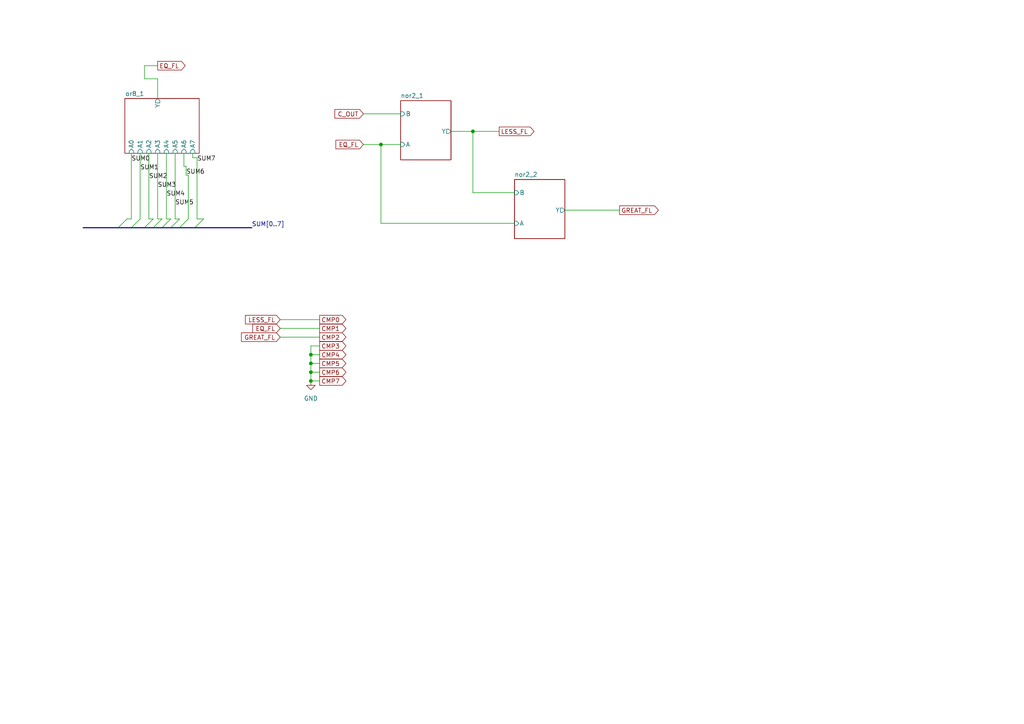
<source format=kicad_sch>
(kicad_sch (version 20250114) (generator "eeschema") (generator_version "9.0")
  (paper "A4")
  (lib_symbols
    (symbol "power:GND" (power) (pin_numbers (hide yes)) (pin_names (offset 0) (hide yes))
      (property "Value" "GND" (at 0 -3.81 0))
      (symbol "GND_0_1"
        (polyline (pts (xy 0 0) (xy 0 -1.27) (xy 1.27 -1.27) (xy 0 -2.54) (xy -1.27 -1.27) (xy 0 -1.27)))
      )
      (symbol "GND_1_1"
        (pin power_in line (at 0 0 270) (length 0) (name "~") (number "1"))
      )
    )
  )
  (junction (at 110.49 41.91))
  (junction (at 90.17 105.41))
  (junction (at 90.17 102.87))
  (junction (at 137.16 38.1))
  (junction (at 90.17 110.49))
  (junction (at 90.17 107.95))
  (bus_entry (at 46.99 66.04) (size 2.54 -2.54))
  (bus_entry (at 52.07 66.04) (size 2.54 -2.54))
  (bus_entry (at 56.515 66.04) (size 2.54 -2.54))
  (bus_entry (at 49.53 66.04) (size 2.54 -2.54))
  (bus_entry (at 38.1 66.04) (size 2.54 -2.54))
  (bus_entry (at 44.45 66.04) (size 2.54 -2.54))
  (bus_entry (at 41.91 66.04) (size 2.54 -2.54))
  (bus_entry (at 34.29 66.04) (size 2.54 -2.54))
  (bus (pts (xy 44.45 66.04) (xy 46.99 66.04)))
  (wire (pts (xy 105.41 41.91) (xy 110.49 41.91)))
  (wire (pts (xy 59.055 63.5) (xy 57.15 63.5)))
  (wire (pts (xy 105.41 33.02) (xy 116.205 33.02)))
  (wire (pts (xy 50.8 44.45) (xy 50.8 63.5)))
  (wire (pts (xy 110.49 41.91) (xy 110.49 64.77)))
  (wire (pts (xy 81.28 92.71) (xy 92.71 92.71)))
  (bus (pts (xy 34.29 66.04) (xy 38.1 66.04)))
  (wire (pts (xy 110.49 41.91) (xy 116.205 41.91)))
  (wire (pts (xy 57.15 45.72) (xy 55.88 45.72)))
  (bus (pts (xy 56.515 66.04) (xy 73.025 66.04)))
  (wire (pts (xy 90.17 107.95) (xy 92.71 107.95)))
  (wire (pts (xy 43.18 44.45) (xy 43.18 63.5)))
  (wire (pts (xy 137.16 55.88) (xy 149.225 55.88)))
  (wire (pts (xy 55.88 45.72) (xy 55.88 44.45)))
  (wire (pts (xy 163.83 60.96) (xy 179.705 60.96)))
  (wire (pts (xy 45.72 22.86) (xy 41.91 22.86)))
  (wire (pts (xy 54.61 50.8) (xy 53.975 50.8)))
  (wire (pts (xy 81.28 97.79) (xy 92.71 97.79)))
  (wire (pts (xy 90.17 105.41) (xy 90.17 107.95)))
  (wire (pts (xy 110.49 64.77) (xy 149.225 64.77)))
  (wire (pts (xy 90.17 105.41) (xy 92.71 105.41)))
  (wire (pts (xy 38.1 44.45) (xy 38.1 63.5)))
  (wire (pts (xy 90.17 110.49) (xy 92.71 110.49)))
  (bus (pts (xy 24.13 66.04) (xy 34.29 66.04)))
  (wire (pts (xy 57.15 45.72) (xy 57.15 63.5)))
  (wire (pts (xy 90.17 100.33) (xy 90.17 102.87)))
  (wire (pts (xy 53.975 48.26) (xy 53.34 48.26)))
  (wire (pts (xy 53.34 48.26) (xy 53.34 44.45)))
  (wire (pts (xy 90.17 107.95) (xy 90.17 110.49)))
  (wire (pts (xy 46.99 63.5) (xy 45.72 63.5)))
  (wire (pts (xy 36.83 63.5) (xy 38.1 63.5)))
  (wire (pts (xy 137.16 38.1) (xy 137.16 55.88)))
  (bus (pts (xy 41.91 66.04) (xy 44.45 66.04)))
  (wire (pts (xy 52.07 63.5) (xy 50.8 63.5)))
  (wire (pts (xy 54.61 50.8) (xy 54.61 63.5)))
  (wire (pts (xy 48.26 44.45) (xy 48.26 63.5)))
  (wire (pts (xy 45.72 44.45) (xy 45.72 63.5)))
  (bus (pts (xy 49.53 66.04) (xy 52.07 66.04)))
  (bus (pts (xy 52.07 66.04) (xy 56.515 66.04)))
  (wire (pts (xy 130.81 38.1) (xy 137.16 38.1)))
  (wire (pts (xy 45.72 22.86) (xy 45.72 28.575)))
  (wire (pts (xy 49.53 63.5) (xy 48.26 63.5)))
  (wire (pts (xy 90.17 102.87) (xy 92.71 102.87)))
  (bus (pts (xy 38.1 66.04) (xy 41.91 66.04)))
  (wire (pts (xy 81.28 95.25) (xy 92.71 95.25)))
  (wire (pts (xy 40.64 44.45) (xy 40.64 63.5)))
  (wire (pts (xy 53.975 48.26) (xy 53.975 50.8)))
  (wire (pts (xy 92.71 100.33) (xy 90.17 100.33)))
  (wire (pts (xy 137.16 38.1) (xy 144.78 38.1)))
  (bus (pts (xy 46.99 66.04) (xy 49.53 66.04)))
  (wire (pts (xy 44.45 63.5) (xy 43.18 63.5)))
  (wire (pts (xy 90.17 102.87) (xy 90.17 105.41)))
  (wire (pts (xy 41.91 19.05) (xy 45.72 19.05)))
  (wire (pts (xy 41.91 22.86) (xy 41.91 19.05)))
  (label "SUM[0..7]" (at 73.025 66.04 0))
  (label "SUM4" (at 48.26 57.15 0))
  (label "SUM1" (at 40.64 49.53 0))
  (label "SUM7" (at 57.15 46.99 0))
  (label "SUM3" (at 45.72 54.61 0))
  (label "SUM0" (at 38.1 46.99 0))
  (label "SUM2" (at 43.18 52.07 0))
  (label "SUM6" (at 53.975 50.8 0))
  (label "SUM5" (at 50.8 59.69 0))
  (global_label "EQ_FL" (shape output) (at 45.72 19.05 0) (property "Intersheetrefs" "${INTERSHEET_REFS}" (effects (hide yes))))
  (global_label "GREAT_FL" (shape output) (at 179.705 60.96 0) (property "Intersheetrefs" "${INTERSHEET_REFS}" (effects (hide yes))))
  (global_label "LESS_FL" (shape input) (at 81.28 92.71 180) (property "Intersheetrefs" "${INTERSHEET_REFS}" (effects (hide yes))))
  (global_label "LESS_FL" (shape output) (at 144.78 38.1 0) (property "Intersheetrefs" "${INTERSHEET_REFS}" (effects (hide yes))))
  (global_label "CMP0" (shape output) (at 92.71 92.71 0) (property "Intersheetrefs" "${INTERSHEET_REFS}" (effects (hide yes))))
  (global_label "CMP5" (shape output) (at 92.71 105.41 0) (property "Intersheetrefs" "${INTERSHEET_REFS}" (effects (hide yes))))
  (global_label "CMP1" (shape output) (at 92.71 95.25 0) (property "Intersheetrefs" "${INTERSHEET_REFS}" (effects (hide yes))))
  (global_label "CMP7" (shape output) (at 92.71 110.49 0) (property "Intersheetrefs" "${INTERSHEET_REFS}" (effects (hide yes))))
  (global_label "CMP2" (shape output) (at 92.71 97.79 0) (property "Intersheetrefs" "${INTERSHEET_REFS}" (effects (hide yes))))
  (global_label "GREAT_FL" (shape input) (at 81.28 97.79 180) (property "Intersheetrefs" "${INTERSHEET_REFS}" (effects (hide yes))))
  (global_label "EQ_FL" (shape input) (at 105.41 41.91 180) (property "Intersheetrefs" "${INTERSHEET_REFS}" (effects (hide yes))))
  (global_label "EQ_FL" (shape input) (at 81.28 95.25 180) (property "Intersheetrefs" "${INTERSHEET_REFS}" (effects (hide yes))))
  (global_label "CMP3" (shape output) (at 92.71 100.33 0) (property "Intersheetrefs" "${INTERSHEET_REFS}" (effects (hide yes))))
  (global_label "CMP4" (shape output) (at 92.71 102.87 0) (property "Intersheetrefs" "${INTERSHEET_REFS}" (effects (hide yes))))
  (global_label "C_OUT" (shape input) (at 105.41 33.02 180) (property "Intersheetrefs" "${INTERSHEET_REFS}" (effects (hide yes))))
  (global_label "CMP6" (shape output) (at 92.71 107.95 0) (property "Intersheetrefs" "${INTERSHEET_REFS}" (effects (hide yes))))
  (symbol (lib_id "power:GND") (at 90.17 110.49 0) (unit 1)
    (property "Reference" "#PWR0110" (effects (hide yes)))
    (property "Value" "GND" (at 90.17 115.57 0))
    (property "Description" "Power symbol creates a global label with name \"GND\" , ground" (effects (hide yes)))
  )
  (sheet (at 149.225 52.07) (size 14.605 17.145) (stroke (width 0.1524))
    (property "Sheetname" "nor2_2" (at 149.225 51.3584 0) (effects (justify left bottom)))
    (property "Sheetfile" "../../modules/gates/gate_nor/gate_nor_2in_1bit/gate_nor_2in.kicad_sch" (effects (hide yes)))
    (pin "B" input (at 149.225 55.88 180))
    (pin "A" input (at 149.225 64.77 180))
    (pin "Y" output (at 163.83 60.96 0))
  )
  (sheet (at 116.205 29.21) (size 14.605 17.145) (stroke (width 0.1524))
    (property "Sheetname" "nor2_1" (at 116.205 28.4984 0) (effects (justify left bottom)))
    (property "Sheetfile" "../../modules/gates/gate_nor/gate_nor_2in_1bit/gate_nor_2in.kicad_sch" (effects (hide yes)))
    (pin "B" input (at 116.205 33.02 180))
    (pin "A" input (at 116.205 41.91 180))
    (pin "Y" output (at 130.81 38.1 0))
  )
  (sheet (at 36.195 28.575) (size 21.59 15.875) (stroke (width 0.1524))
    (property "Sheetname" "or8_1" (at 36.322 27.94 0) (effects (justify left bottom)))
    (property "Sheetfile" "../../modules/gates/gate_nor/gate_nor_8in_1bit/gate_nor_8in_1bit.kicad_sch" (effects (hide yes)))
    (pin "A3" input (at 45.72 44.45 270))
    (pin "A7" input (at 55.88 44.45 270))
    (pin "A5" input (at 50.8 44.45 270))
    (pin "A4" input (at 48.26 44.45 270))
    (pin "A1" input (at 40.64 44.45 270))
    (pin "Y" output (at 45.72 28.575 90))
    (pin "A0" input (at 38.1 44.45 270))
    (pin "A2" input (at 43.18 44.45 270))
    (pin "A6" input (at 53.34 44.45 270))
  )
)
</source>
